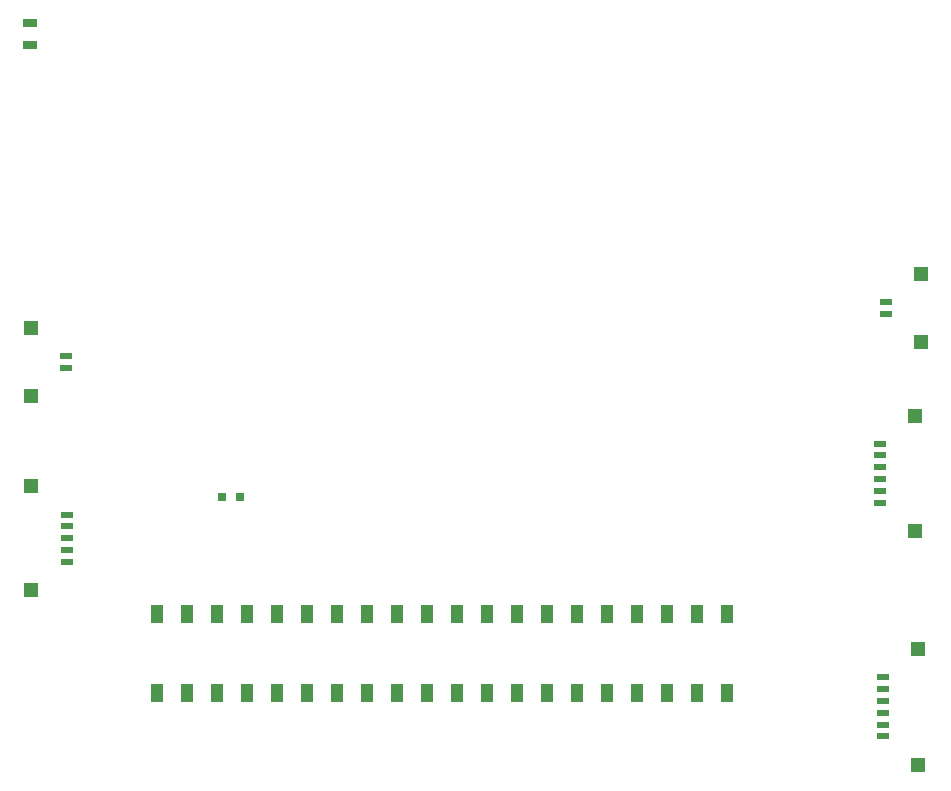
<source format=gbr>
G04 EAGLE Gerber RS-274X export*
G75*
%MOMM*%
%FSLAX34Y34*%
%LPD*%
%INSolderpaste Top*%
%IPPOS*%
%AMOC8*
5,1,8,0,0,1.08239X$1,22.5*%
G01*
%ADD10R,1.200000X0.800000*%
%ADD11R,0.990600X0.558800*%
%ADD12R,1.270000X1.295400*%
%ADD13R,1.020000X1.524000*%
%ADD14R,1.000000X0.550000*%
%ADD15R,1.300000X1.260000*%
%ADD16R,0.800000X0.800000*%


D10*
X83890Y858040D03*
X83890Y840040D03*
D11*
X806224Y254200D03*
X806224Y264200D03*
X806224Y274200D03*
X806224Y284200D03*
X806224Y294200D03*
X806224Y304200D03*
D12*
X836124Y327950D03*
X836124Y230450D03*
D13*
X191600Y358140D03*
X217000Y358140D03*
X242400Y358140D03*
X267800Y358140D03*
X293200Y358140D03*
X318600Y358140D03*
X344000Y358140D03*
X369400Y358140D03*
X394800Y358140D03*
X420200Y358140D03*
X445600Y358140D03*
X471000Y358140D03*
X496400Y358140D03*
X521800Y358140D03*
X547200Y358140D03*
X572600Y358140D03*
X598000Y358140D03*
X623400Y358140D03*
X648800Y358140D03*
X674200Y358140D03*
X191600Y291060D03*
X217000Y291060D03*
X242400Y291060D03*
X267800Y291060D03*
X293200Y291060D03*
X318600Y291060D03*
X344000Y291060D03*
X369400Y291060D03*
X394800Y291060D03*
X420200Y291060D03*
X445600Y291060D03*
X471000Y291060D03*
X496400Y291060D03*
X521800Y291060D03*
X547200Y291060D03*
X572600Y291060D03*
X598000Y291060D03*
X623400Y291060D03*
X648800Y291060D03*
X674200Y291060D03*
D14*
X115200Y442100D03*
X115200Y432100D03*
X115200Y422100D03*
X115200Y412100D03*
X115200Y402100D03*
D15*
X85300Y465850D03*
X85300Y378300D03*
D14*
X808700Y611700D03*
X808700Y621700D03*
D15*
X838600Y587950D03*
X838600Y645500D03*
D14*
X114900Y576400D03*
X114900Y566400D03*
D15*
X85000Y600150D03*
X85000Y542600D03*
D11*
X803624Y452100D03*
X803624Y462100D03*
X803624Y472100D03*
X803624Y482100D03*
X803624Y492100D03*
X803624Y502100D03*
D12*
X833524Y525850D03*
X833524Y428350D03*
D16*
X261500Y457100D03*
X246500Y457100D03*
M02*

</source>
